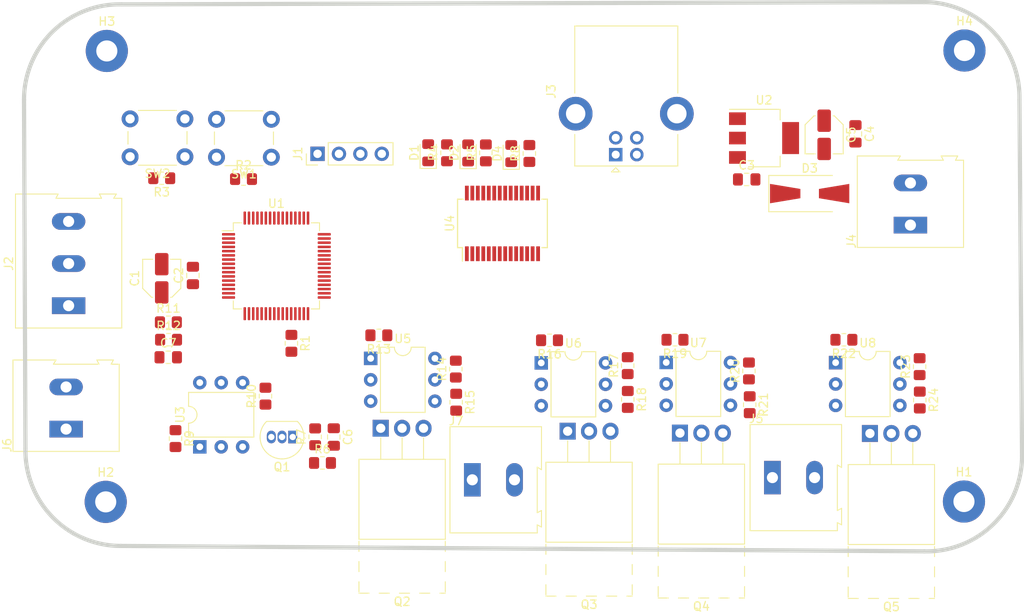
<source format=kicad_pcb>
(kicad_pcb (version 20211014) (generator pcbnew)
  (layers (0 "F.Cu" signal) (31 "B.Cu" signal) (34 "B.Paste" user) (35 "F.Paste" user) (36 "B.SilkS" user "B.Silkscreen") (37 "F.SilkS" user "F.Silkscreen") (38 "B.Mask" user) (39 "F.Mask" user) (44 "Edge.Cuts" user))
  (net 0 "")
  (net 1 "VDD")
  (net 2 "GND")
  (net 3 "+12V")
  (net 4 "GNDPWR")
  (net 5 "VCC")
  (net 6 "Net-(C6-Pad2)")
  (net 7 "IN_TPS")
  (net 8 "LED_NOPULSE")
  (net 9 "Net-(D1-Pad2)")
  (net 10 "Net-(D2-Pad2)")
  (net 11 "Net-(D4-Pad1)")
  (net 12 "Net-(D4-Pad2)")
  (net 13 "SWD_CLK")
  (net 14 "SWD_IO")
  (net 15 "Net-(J2-Pad2)")
  (net 17 "Net-(U4-Pad16)")
  (net 18 "Net-(U4-Pad15)")
  (net 19 "PORT_IGNA")
  (net 20 "PORT_IGNB")
  (net 21 "CRANK_PORT")
  (net 22 "PORT_INJA")
  (net 23 "PORT_INJB")
  (net 24 "Net-(Q2-Pad1)")
  (net 25 "Net-(Q3-Pad1)")
  (net 26 "Net-(Q4-Pad1)")
  (net 27 "Net-(Q5-Pad1)")
  (net 28 "Net-(R1-Pad1)")
  (net 29 "BOOT0")
  (net 30 "NRST")
  (net 31 "Net-(R9-Pad2)")
  (net 32 "IN_CRANK")
  (net 33 "Net-(R13-Pad2)")
  (net 34 "Net-(R16-Pad2)")
  (net 35 "Net-(R19-Pad2)")
  (net 36 "Net-(R22-Pad2)")
  (net 64 "OUT_INJA")
  (net 65 "OUT_INJB")
  (net 66 "OUT_IGNA")
  (net 67 "OUT_IGNB")
  (net 68 "TX")
  (net 69 "RX")
  (footprint "Package_DIP:DIP-6_W7.62mm" (layer "F.Cu") (at 217.62 113.185)
    (fp_text reference "U8" (at 3.81 -2.33) (layer "F.SilkS"))
    (fp_text value "4N35")
    (pad "1" thru_hole rect (at 0 0) (size 1.6 1.6) (drill 0.8) (layers *.Cu *.Mask) (net 36 "Net-(R22-Pad2)"))
    (pad "2" thru_hole oval (at 0 2.54) (size 1.6 1.6) (drill 0.8) (layers *.Cu *.Mask) (net 67 "OUT_IGNB"))
    (pad "3" thru_hole oval (at 0 5.08) (size 1.6 1.6) (drill 0.8) (layers *.Cu *.Mask))
    (pad "4" thru_hole oval (at 7.62 5.08) (size 1.6 1.6) (drill 0.8) (layers *.Cu *.Mask) (net 4 "GNDPWR"))
    (pad "5" thru_hole oval (at 7.62 2.54) (size 1.6 1.6) (drill 0.8) (layers *.Cu *.Mask) (net 27 "Net-(Q5-Pad1)"))
    (pad "6" thru_hole oval (at 7.62 0) (size 1.6 1.6) (drill 0.8) (layers *.Cu *.Mask))
  )
  (footprint "Package_TO_SOT_SMD:SOT-223-3_TabPin2" (layer "F.Cu") (at 209.13 86.53)
    (fp_text reference "U2" (at 0 -4.5) (layer "F.SilkS"))
    (fp_text value "AMS1117-5.0")
    (pad "1" smd rect (at -3.15 -2.3) (size 2 1.5) (layers "F.Cu" "F.Paste" "F.Mask") (net 2 "GND"))
    (pad "2" smd rect (at 3.15 0) (size 2 3.8) (layers "F.Cu" "F.Paste" "F.Mask") (net 5 "VCC"))
    (pad "2" smd rect (at -3.15 0) (size 2 1.5) (layers "F.Cu" "F.Paste" "F.Mask") (net 5 "VCC"))
    (pad "3" smd rect (at -3.15 2.3) (size 2 1.5) (layers "F.Cu" "F.Paste" "F.Mask") (net 3 "+12V"))
  )
  (footprint "MountingHole:MountingHole_2.5mm_Pad" (layer "F.Cu") (at 131.19 76.19)
    (fp_text reference "H3" (at 0 -3.5) (layer "F.SilkS"))
    (fp_text value "MountingHole")
    (pad "1" thru_hole circle (at 0 0) (size 5 5) (drill 2.5) (layers *.Cu *.Mask))
  )
  (footprint "TerminalBlock:TerminalBlock_Altech_AK300-3_P5.00mm" (layer "F.Cu") (at 126.66 106.425 90)
    (fp_text reference "J2" (at 5 -7.1 90) (layer "F.SilkS"))
    (fp_text value "Conn_01x03_Male")
    (pad "1" thru_hole rect (at 0 0 90) (size 1.98 3.96) (drill 1.32) (layers *.Cu *.Mask) (net 5 "VCC"))
    (pad "2" thru_hole oval (at 5 0 90) (size 1.98 3.96) (drill 1.32) (layers *.Cu *.Mask) (net 15 "Net-(J2-Pad2)"))
    (pad "3" thru_hole oval (at 10 0 90) (size 1.98 3.96) (drill 1.32) (layers *.Cu *.Mask) (net 2 "GND"))
  )
  (footprint "Package_DIP:DIP-6_W7.62mm" (layer "F.Cu") (at 142.215 123.18 90)
    (fp_text reference "U3" (at 3.81 -2.33 90) (layer "F.SilkS"))
    (fp_text value "H11L1")
    (pad "1" thru_hole rect (at 0 0 90) (size 1.6 1.6) (drill 0.8) (layers *.Cu *.Mask) (net 31 "Net-(R9-Pad2)"))
    (pad "2" thru_hole oval (at 0 2.54 90) (size 1.6 1.6) (drill 0.8) (layers *.Cu *.Mask) (net 11 "Net-(D4-Pad1)"))
    (pad "3" thru_hole oval (at 0 5.08 90) (size 1.6 1.6) (drill 0.8) (layers *.Cu *.Mask))
    (pad "4" thru_hole oval (at 7.62 5.08 90) (size 1.6 1.6) (drill 0.8) (layers *.Cu *.Mask) (net 32 "IN_CRANK"))
    (pad "5" thru_hole oval (at 7.62 2.54 90) (size 1.6 1.6) (drill 0.8) (layers *.Cu *.Mask) (net 2 "GND"))
    (pad "6" thru_hole oval (at 7.62 0 90) (size 1.6 1.6) (drill 0.8) (layers *.Cu *.Mask) (net 1 "VDD"))
  )
  (footprint "Capacitor_SMD:C_Elec_4x5.4" (layer "F.Cu") (at 216.26 86.145 -90)
    (fp_text reference "C5" (at 0 -3.2 90) (layer "F.SilkS"))
    (fp_text value "100uF")
    (pad "1" smd roundrect (at -1.675 0 270) (size 2.65 1.6) (layers "F.Cu" "F.Paste" "F.Mask") (roundrect_rratio 0.15625) (net 2 "GND"))
    (pad "2" smd roundrect (at 1.675 0 270) (size 2.65 1.6) (layers "F.Cu" "F.Paste" "F.Mask") (roundrect_rratio 0.15625) (net 5 "VCC"))
  )
  (footprint "Resistor_SMD:R_0805_2012Metric_Pad1.20x1.40mm_HandSolder" (layer "F.Cu") (at 147.4 91.4)
    (fp_text reference "R2" (at 0 -1.65) (layer "F.SilkS"))
    (fp_text value "10k")
    (pad "1" smd roundrect (at -1 0) (size 1.2 1.4) (layers "F.Cu" "F.Paste" "F.Mask") (roundrect_rratio 0.208333) (net 29 "BOOT0"))
    (pad "2" smd roundrect (at 1 0) (size 1.2 1.4) (layers "F.Cu" "F.Paste" "F.Mask") (roundrect_rratio 0.208333) (net 2 "GND"))
  )
  (footprint "Resistor_SMD:R_0805_2012Metric_Pad1.20x1.40mm_HandSolder" (layer "F.Cu") (at 176.14 88.29 90)
    (fp_text reference "R5" (at 0 -1.65 90) (layer "F.SilkS"))
    (fp_text value "220")
    (pad "1" smd roundrect (at -1 0 90) (size 1.2 1.4) (layers "F.Cu" "F.Paste" "F.Mask") (roundrect_rratio 0.208333) (net 1 "VDD"))
    (pad "2" smd roundrect (at 1 0 90) (size 1.2 1.4) (layers "F.Cu" "F.Paste" "F.Mask") (roundrect_rratio 0.208333) (net 10 "Net-(D2-Pad2)"))
  )
  (footprint "Resistor_SMD:R_0805_2012Metric_Pad1.20x1.40mm_HandSolder" (layer "F.Cu") (at 172.58 113.95 90)
    (fp_text reference "R14" (at 0 -1.65 90) (layer "F.SilkS"))
    (fp_text value "10k")
    (pad "1" smd roundrect (at -1 0 90) (size 1.2 1.4) (layers "F.Cu" "F.Paste" "F.Mask") (roundrect_rratio 0.208333) (net 3 "+12V"))
    (pad "2" smd roundrect (at 1 0 90) (size 1.2 1.4) (layers "F.Cu" "F.Paste" "F.Mask") (roundrect_rratio 0.208333) (net 24 "Net-(Q2-Pad1)"))
  )
  (footprint "Capacitor_SMD:C_0805_2012Metric_Pad1.18x1.45mm_HandSolder" (layer "F.Cu") (at 138.4725 112.55)
    (fp_text reference "C7" (at 0 -1.68) (layer "F.SilkS"))
    (fp_text value "100nF")
    (pad "1" smd roundrect (at -1.0375 0) (size 1.175 1.45) (layers "F.Cu" "F.Paste" "F.Mask") (roundrect_rratio 0.212766) (net 2 "GND"))
    (pad "2" smd roundrect (at 1.0375 0) (size 1.175 1.45) (layers "F.Cu" "F.Paste" "F.Mask") (roundrect_rratio 0.212766) (net 7 "IN_TPS"))
  )
  (footprint "Connector_PinHeader_2.54mm:PinHeader_1x04_P2.54mm_Vertical" (layer "F.Cu") (at 156.18 88.4 90)
    (fp_text reference "J1" (at 0 -2.33 90) (layer "F.SilkS"))
    (fp_text value "Conn_01x04_Male")
    (pad "1" thru_hole rect (at 0 0 90) (size 1.7 1.7) (drill 1) (layers *.Cu *.Mask) (net 1 "VDD"))
    (pad "2" thru_hole oval (at 0 2.54 90) (size 1.7 1.7) (drill 1) (layers *.Cu *.Mask) (net 13 "SWD_CLK"))
    (pad "3" thru_hole oval (at 0 5.08 90) (size 1.7 1.7) (drill 1) (layers *.Cu *.Mask) (net 2 "GND"))
    (pad "4" thru_hole oval (at 0 7.62 90) (size 1.7 1.7) (drill 1) (layers *.Cu *.Mask) (net 14 "SWD_IO"))
  )
  (footprint "Resistor_SMD:R_0805_2012Metric_Pad1.20x1.40mm_HandSolder" (layer "F.Cu") (at 207.34 114.17 90)
    (fp_text reference "R20" (at 0 -1.65 90) (layer "F.SilkS"))
    (fp_text value "10k")
    (pad "1" smd roundrect (at -1 0 90) (size 1.2 1.4) (layers "F.Cu" "F.Paste" "F.Mask") (roundrect_rratio 0.208333) (net 3 "+12V"))
    (pad "2" smd roundrect (at 1 0 90) (size 1.2 1.4) (layers "F.Cu" "F.Paste" "F.Mask") (roundrect_rratio 0.208333) (net 26 "Net-(Q4-Pad1)"))
  )
  (footprint "Capacitor_SMD:C_0805_2012Metric_Pad1.18x1.45mm_HandSolder" (layer "F.Cu") (at 158.105 122.0125 -90)
    (fp_text reference "C6" (at 0 -1.68 90) (layer "F.SilkS"))
    (fp_text value "100nF")
    (pad "1" smd roundrect (at -1.0375 0 270) (size 1.175 1.45) (layers "F.Cu" "F.Paste" "F.Mask") (roundrect_rratio 0.212766) (net 2 "GND"))
    (pad "2" smd roundrect (at 1.0375 0 270) (size 1.175 1.45) (layers "F.Cu" "F.Paste" "F.Mask") (roundrect_rratio 0.212766) (net 6 "Net-(C6-Pad2)"))
  )
  (footprint "Resistor_SMD:R_0805_2012Metric_Pad1.20x1.40mm_HandSolder" (layer "F.Cu") (at 137.7 91.3 180)
    (fp_text reference "R3" (at 0 -1.65) (layer "F.SilkS"))
    (fp_text value "10k")
    (pad "1" smd roundrect (at -1 0 180) (size 1.2 1.4) (layers "F.Cu" "F.Paste" "F.Mask") (roundrect_rratio 0.208333) (net 1 "VDD"))
    (pad "2" smd roundrect (at 1 0 180) (size 1.2 1.4) (layers "F.Cu" "F.Paste" "F.Mask") (roundrect_rratio 0.208333) (net 30 "NRST"))
  )
  (footprint "Resistor_SMD:R_0805_2012Metric_Pad1.20x1.40mm_HandSolder" (layer "F.Cu") (at 153.08 110.89 -90)
    (fp_text reference "R1" (at 0 -1.65 90) (layer "F.SilkS"))
    (fp_text value "0")
    (pad "1" smd roundrect (at -1 0 270) (size 1.2 1.4) (layers "F.Cu" "F.Paste" "F.Mask") (roundrect_rratio 0.208333) (net 28 "Net-(R1-Pad1)"))
    (pad "2" smd roundrect (at 1 0 270) (size 1.2 1.4) (layers "F.Cu" "F.Paste" "F.Mask") (roundrect_rratio 0.208333) (net 2 "GND"))
  )
  (footprint "Button_Switch_THT:SW_PUSH_6mm" (layer "F.Cu") (at 150.7 88.8 180)
    (fp_text reference "SW1" (at 3.25 -2) (layer "F.SilkS"))
    (fp_text value "SW_Push")
    (pad "1" thru_hole circle (at 6.5 0 270) (size 2 2) (drill 1.1) (layers *.Cu *.Mask) (net 29 "BOOT0"))
    (pad "1" thru_hole circle (at 0 0 270) (size 2 2) (drill 1.1) (layers *.Cu *.Mask) (net 29 "BOOT0"))
    (pad "2" thru_hole circle (at 6.5 4.5 270) (size 2 2) (drill 1.1) (layers *.Cu *.Mask) (net 1 "VDD"))
    (pad "2" thru_hole circle (at 0 4.5 270) (size 2 2) (drill 1.1) (layers *.Cu *.Mask) (net 1 "VDD"))
  )
  (footprint "Resistor_SMD:R_0805_2012Metric_Pad1.20x1.40mm_HandSolder" (layer "F.Cu") (at 183.69 110.53 180)
    (fp_text reference "R16" (at 0 -1.65) (layer "F.SilkS"))
    (fp_text value "220")
    (pad "1" smd roundrect (at -1 0 180) (size 1.2 1.4) (layers "F.Cu" "F.Paste" "F.Mask") (roundrect_rratio 0.208333) (net 1 "VDD"))
    (pad "2" smd roundrect (at 1 0 180) (size 1.2 1.4) (layers "F.Cu" "F.Paste" "F.Mask") (roundrect_rratio 0.208333) (net 34 "Net-(R16-Pad2)"))
  )
  (footprint "TerminalBlock:TerminalBlock_Altech_AK300-2_P5.00mm" (layer "F.Cu") (at 174.535 127.09)
    (fp_text reference "J7" (at -1.92 -6.99) (layer "F.SilkS"))
    (fp_text value "Conn_01x02_Male")
    (pad "1" thru_hole rect (at 0 0) (size 1.98 3.96) (drill 1.32) (layers *.Cu *.Mask) (net 22 "PORT_INJA"))
    (pad "2" thru_hole oval (at 5 0) (size 1.98 3.96) (drill 1.32) (layers *.Cu *.Mask) (net 23 "PORT_INJB"))
  )
  (footprint "Resistor_SMD:R_0805_2012Metric_Pad1.20x1.40mm_HandSolder" (layer "F.Cu") (at 207.43 118.18 -90)
    (fp_text reference "R21" (at 0 -1.65 90) (layer "F.SilkS"))
    (fp_text value "10k")
    (pad "1" smd roundrect (at -1 0 270) (size 1.2 1.4) (layers "F.Cu" "F.Paste" "F.Mask") (roundrect_rratio 0.208333) (net 3 "+12V"))
    (pad "2" smd roundrect (at 1 0 270) (size 1.2 1.4) (layers "F.Cu" "F.Paste" "F.Mask") (roundrect_rratio 0.208333) (net 19 "PORT_IGNA"))
  )
  (footprint "Capacitor_SMD:C_0805_2012Metric_Pad1.18x1.45mm_HandSolder" (layer "F.Cu") (at 207.0725 91.44)
    (fp_text reference "C3" (at 0 -1.68) (layer "F.SilkS"))
    (fp_text value "100uF")
    (pad "1" smd roundrect (at -1.0375 0) (size 1.175 1.45) (layers "F.Cu" "F.Paste" "F.Mask") (roundrect_rratio 0.212766) (net 3 "+12V"))
    (pad "2" smd roundrect (at 1.0375 0) (size 1.175 1.45) (layers "F.Cu" "F.Paste" "F.Mask") (roundrect_rratio 0.212766) (net 4 "GNDPWR"))
  )
  (footprint "Diode_SMD:D_SMA-SMB_Universal_Handsoldering" (layer "F.Cu") (at 214.54 93.12)
    (fp_text reference "D3" (at 0 -3) (layer "F.SilkS"))
    (fp_text value "D")
    (pad "1" smd trapezoid (at -2.9 0) (size 3.6 1.7) (rect_delta 0.6 0) (layers "F.Cu" "F.Paste" "F.Mask") (net 4 "GNDPWR"))
    (pad "2" smd trapezoid (at 2.9 0 180) (size 3.6 1.7) (rect_delta 0.6 0) (layers "F.Cu" "F.Paste" "F.Mask") (net 2 "GND"))
  )
  (footprint "LED_SMD:LED_0805_2012Metric_Pad1.15x1.40mm_HandSolder" (layer "F.Cu") (at 179.15 88.375 90)
    (fp_text reference "D4" (at 0 -1.65 90) (layer "F.SilkS"))
    (fp_text value "LED")
    (pad "1" smd roundrect (at -1.025 0 90) (size 1.15 1.4) (layers "F.Cu" "F.Paste" "F.Mask") (roundrect_rratio 0.217391) (net 11 "Net-(D4-Pad1)"))
    (pad "2" smd roundrect (at 1.025 0 90) (size 1.15 1.4) (layers "F.Cu" "F.Paste" "F.Mask") (roundrect_rratio 0.217391) (net 12 "Net-(D4-Pad2)"))
  )
  (footprint "Resistor_SMD:R_0805_2012Metric_Pad1.20x1.40mm_HandSolder" (layer "F.Cu") (at 172.62 117.88 -90)
    (fp_text reference "R15" (at 0 -1.65 90) (layer "F.SilkS"))
    (fp_text value "10k")
    (pad "1" smd roundrect (at -1 0 270) (size 1.2 1.4) (layers "F.Cu" "F.Paste" "F.Mask") (roundrect_rratio 0.208333) (net 3 "+12V"))
    (pad "2" smd roundrect (at 1 0 270) (size 1.2 1.4) (layers "F.Cu" "F.Paste" "F.Mask") (roundrect_rratio 0.208333) (net 22 "PORT_INJA"))
  )
  (footprint "Connector_USB:USB_B_Lumberg_2411_02_Horizontal" (layer "F.Cu") (at 191.54 88.4975 90)
    (fp_text reference "J3" (at 7.5 -7.65 90) (layer "F.SilkS"))
    (fp_text value "USB_B")
    (pad "1" thru_hole rect (at 0 0 180) (size 1.6 1.6) (drill 0.95) (layers *.Cu *.Mask))
    (pad "2" thru_hole circle (at 0 2.5 180) (size 1.6 1.6) (drill 0.95) (layers *.Cu *.Mask) (net 17 "Net-(U4-Pad16)"))
    (pad "3" thru_hole circle (at 2 2.5 180) (size 1.6 1.6) (drill 0.95) (layers *.Cu *.Mask) (net 18 "Net-(U4-Pad15)"))
    (pad "4" thru_hole circle (at 2 0 180) (size 1.6 1.6) (drill 0.95) (layers *.Cu *.Mask) (net 2 "GND"))
    (pad "5" thru_hole circle (at 4.86 7.25 180) (size 4 4) (drill 2.3) (layers *.Cu *.Mask) (net 2 "GND"))
    (pad "5" thru_hole circle (at 4.86 -4.75 180) (size 4 4) (drill 2.3) (layers *.Cu *.Mask) (net 2 "GND"))
  )
  (footprint "Resistor_SMD:R_0805_2012Metric_Pad1.20x1.40mm_HandSolder" (layer "F.Cu") (at 218.6 110.47 180)
    (fp_text reference "R22" (at 0 -1.65) (layer "F.SilkS"))
    (fp_text value "220")
    (pad "1" smd roundrect (at -1 0 180) (size 1.2 1.4) (layers "F.Cu" "F.Paste" "F.Mask") (roundrect_rratio 0.208333) (net 1 "VDD"))
    (pad "2" smd roundrect (at 1 0 180) (size 1.2 1.4) (layers "F.Cu" "F.Paste" "F.Mask") (roundrect_rratio 0.208333) (net 36 "Net-(R22-Pad2)"))
  )
  (footprint "Resistor_SMD:R_0805_2012Metric_Pad1.20x1.40mm_HandSolder" (layer "F.Cu") (at 163.45 109.94 180)
    (fp_text reference "R13" (at 0 -1.65) (layer "F.SilkS"))
    (fp_text value "220")
    (pad "1" smd roundrect (at -1 0 180) (size 1.2 1.4) (layers "F.Cu" "F.Paste" "F.Mask") (roundrect_rratio 0.208333) (net 1 "VDD"))
    (pad "2" smd roundrect (at 1 0 180) (size 1.2 1.4) (layers "F.Cu" "F.Paste" "F.Mask") (roundrect_rratio 0.208333) (net 33 "Net-(R13-Pad2)"))
  )
  (footprint "Package_QFP:LQFP-64_10x10mm_P0.5mm" (layer "F.Cu") (at 151.3 101.7)
    (fp_text reference "U1" (at 0 -7.4) (layer "F.SilkS"))
    (fp_text value "STM32F051R8Tx")
    (pad "1" smd roundrect (at -5.675 -3.75) (size 1.55 0.3) (layers "F.Cu" "F.Paste" "F.Mask") (net 1 "VDD"))
    (pad "2" smd roundrect (at -5.675 -3.25) (size 1.55 0.3) (layers "F.Cu" "F.Paste" "F.Mask"))
    (pad "3" smd roundrect (at -5.675 -2.75) (size 1.55 0.3) (layers "F.Cu" "F.Paste" "F.Mask"))
    (pad "4" smd roundrect (at -5.675 -2.25) (size 1.55 0.3) (layers "F.Cu" "F.Paste" "F.Mask"))
    (pad "5" smd roundrect (at -5.675 -1.75) (size 1.55 0.3) (layers "F.Cu" "F.Paste" "F.Mask"))
    (pad "6" smd roundrect (at -5.675 -1.25) (size 1.55 0.3) (layers "F.Cu" "F.Paste" "F.Mask"))
    (pad "7" smd roundrect (at -5.675 -0.75) (size 1.55 0.3) (layers "F.Cu" "F.Paste" "F.Mask") (net 30 "NRST"))
    (pad "8" smd roundrect (at -5.675 -0.25) (size 1.55 0.3) (layers "F.Cu" "F.Paste" "F.Mask"))
    (pad "9" smd roundrect (at -5.675 0.25) (size 1.55 0.3) (layers "F.Cu" "F.Paste" "F.Mask"))
    (pad "10" smd roundrect (at -5.675 0.75) (size 1.55 0.3) (layers "F.Cu" "F.Paste" "F.Mask"))
    (pad "11" smd roundrect (at -5.675 1.25) (size 1.55 0.3) (layers "F.Cu" "F.Paste" "F.Mask"))
    (pad "12" smd roundrect (at -5.675 1.75) (size 1.55 0.3) (layers "F.Cu" "F.Paste" "F.Mask") (net 2 "GND"))
    (pad "13" smd roundrect (at -5.675 2.25) (size 1.55 0.3) (layers "F.Cu" "F.Paste" "F.Mask") (net 1 "VDD"))
    (pad "14" smd roundrect (at -5.675 2.75) (size 1.55 0.3) (layers "F.Cu" "F.Paste" "F.Mask") (net 7 "IN_TPS"))
    (pad "15" smd roundrect (at -5.675 3.25) (size 1.55 0.3) (layers "F.Cu" "F.Paste" "F.Mask"))
    (pad "16" smd roundrect (at -5.675 3.75) (size 1.55 0.3) (layers "F.Cu" "F.Paste" "F.Mask"))
    (pad "17" smd roundrect (at -3.75 5.675) (size 0.3 1.55) (layers "F.Cu" "F.Paste" "F.Mask"))
    (pad "18" smd roundrect (at -3.25 5.675) (size 0.3 1.55) (layers "F.Cu" "F.Paste" "F.Mask"))
    (pad "19" smd roundrect (at -2.75 5.675) (size 0.3 1.55) (layers "F.Cu" "F.Paste" "F.Mask"))
    (pad "20" smd roundrect (at -2.25 5.675) (size 0.3 1.55) (layers "F.Cu" "F.Paste" "F.Mask"))
    (pad "21" smd roundrect (at -1.75 5.675) (size 0.3 1.55) (layers "F.Cu" "F.Paste" "F.Mask"))
    (pad "22" smd roundrect (at -1.25 5.675) (size 0.3 1.55) (layers "F.Cu" "F.Paste" "F.Mask"))
    (pad "23" smd roundrect (at -0.75 5.675) (size 0.3 1.55) (layers "F.Cu" "F.Paste" "F.Mask") (net 32 "IN_CRANK"))
    (pad "24" smd roundrect (at -0.25 5.675) (size 0.3 1.55) (layers "F.Cu" "F.Paste" "F.Mask"))
    (pad "25" smd roundrect (at 0.25 5.675) (size 0.3 1.55) (layers "F.Cu" "F.Paste" "F.Mask"))
    (pad "26" smd roundrect (at 0.75 5.675) (size 0.3 1.55) (layers "F.Cu" "F.Paste" "F.Mask"))
    (pad "27" smd roundrect (at 1.25 5.675) (size 0.3 1.55) (layers "F.Cu" "F.Paste" "F.Mask"))
    (pad "28" smd roundrect (at 1.75 5.675) (size 0.3 1.55) (layers "F.Cu" "F.Paste" "F.Mask") (net 28 "Net-(R1-Pad1)"))
    (pad "29" smd roundrect (at 2.25 5.675) (size 0.3 1.55) (layers "F.Cu" "F.Paste" "F.Mask"))
    (pad "30" smd roundrect (at 2.75 5.675) (size 0.3 1.55) (layers "F.Cu" "F.Paste" "F.Mask"))
    (pad "31" smd roundrect (at 3.25 5.675) (size 0.3 1.55) (layers "F.Cu" "F.Paste" "F.Mask") (net 2 "GND"))
    (pad "32" smd roundrect (at 3.75 5.675) (size 0.3 1.55) (layers "F.Cu" "F.Paste" "F.Mask") (net 1 "VDD"))
    (pad "33" smd roundrect (at 5.675 3.75) (size 1.55 0.3) (layers "F.Cu" "F.Paste" "F.Mask"))
    (pad "34" smd roundrect (at 5.675 3.25) (size 1.55 0.3) (layers "F.Cu" "F.Paste" "F.Mask"))
    (pad "35" smd roundrect (at 5.675 2.75) (size 1.55 0.3) (layers "F.Cu" "F.Paste" "F.Mask"))
    (pad "36" smd roundrect (at 5.675 2.25) (size 1.55 0.3) (layers "F.Cu" "F.Paste" "F.Mask"))
    (pad "37" smd roundrect (at 5.675 1.75) (size 1.55 0.3) (layers "F.Cu" "F.Paste" "F.Mask") (net 64 "OUT_INJA"))
    (pad "38" smd roundrect (at 5.675 1.25) (size 1.55 0.3) (layers "F.Cu" "F.Paste" "F.Mask") (net 65 "OUT_INJB"))
    (pad "39" smd roundrect (at 5.675 0.75) (size 1.55 0.3) (layers "F.Cu" "F.Paste" "F.Mask") (net 66 "OUT_IGNA"))
    (pad "40" smd roundrect (at 5.675 0.25) (size 1.55 0.3) (layers "F.Cu" "F.Paste" "F.Mask") (net 67 "OUT_IGNB"))
    (pad "41" smd roundrect (at 5.675 -0.25) (size 1.55 0.3) (layers "F.Cu" "F.Paste" "F.Mask") (net 8 "LED_NOPULSE"))
    (pad "42" smd roundrect (at 5.675 -0.75) (size 1.55 0.3) (layers "F.Cu" "F.Paste" "F.Mask") (net 68 "TX"))
    (pad "43" smd roundrect (at 5.675 -1.25) (size 1.55 0.3) (layers "F.Cu" "F.Paste" "F.Mask") (net 69 "RX"))
    (pad "44" smd roundrect (at 5.675 -1.75) (size 1.55 0.3) (layers "F.Cu" "F.Paste" "F.Mask"))
    (pad "45" smd roundrect (at 5.675 -2.25) (size 1.55 0.3) (layers "F.Cu" "F.Paste" "F.Mask"))
    (pad "46" smd roundrect (at 5.675 -2.75) (size 1.55 0.3) (layers "F.Cu" "F.Paste" "F.Mask") (net 14 "SWD_IO"))
    (pad "47" smd roundrect (at 5.675 -3.25) (size 1.55 0.3) (layers "F.Cu" "F.Paste" "F.Mask"))
    (pad "48" smd roundrect (at 5.675 -3.75) (size 1.55 0.3) (layers "F.Cu" "F.Paste" "F.Mask"))
    (pad "49" smd roundrect (at 3.75 -5.675) (size 0.3 1.55) (layers "F.Cu" "F.Paste" "F.Mask") (net 13 "SWD_CLK"))
    (pad "50" smd roundrect (at 3.25 -5.675) (size 0.3 1.55) (layers "F.Cu" "F.Paste" "F.Mask"))
    (pad "51" smd roundrect (at 2.75 -5.675) (size 0.3 1.55) (layers "F.Cu" "F.Paste" "F.Mask"))
    (pad "52" smd roundrect (at 2.25 -5.675) (size 0.3 1.55) (layers "F.Cu" "F.Paste" "F.Mask"))
    (pad "53" smd roundrect (at 1.75 -5.675) (size 0.3 1.55) (layers "F.Cu" "F.Paste" "F.Mask"))
    (pad "54" smd roundrect (at 1.25 -5.675) (size 0.3 1.55) (layers "F.Cu" "F.Paste" "F.Mask"))
    (pad "55" smd roundrect (at 0.75 -5.675) (size 0.3 1.55) (layers "F.Cu" "F.Paste" "F.Mask"))
    (pad "56" smd roundrect (at 0.25 -5.675) (size 0.3 1.55) (layers "F.Cu" "F.Paste" "F.Mask"))
    (pad "57" smd roundrect (at -0.25 -5.675) (size 0.3 1.55) (layers "F.Cu" "F.Paste" "F.Mask"))
    (pad "58" smd roundrect (at -0.75 -5.675) (size 0.3 1.55) (layers "F.Cu" "F.Paste" "F.Mask"))
    (pad "59" smd roundrect (at -1.25 -5.675) (size 0.3 1.55) (layers "F.Cu" "F.Paste" "F.Mask"))
    (pad "60" smd roundrect (at -1.75 -5.675) (size 0.3 1.55) (layers "F.Cu" "F.Paste" "F.Mask") (net 29 "BOOT0"))
    (pad "61" smd roundrect (at -2.25 -5.675) (size 0.3 1.55) (layers "F.Cu" "F.Paste" "F.Mask"))
    (pad "62" smd roundrect (at -2.75 -5.675) (size 0.3 1.55) (layers "F.Cu" "F.Paste" "F.Mask"))
    (pad "63" smd roundrect (at -3.25 -5.675) (size 0.3 1.55) (layers "F.Cu" "F.Paste" "F.Mask") (net 2 "GND"))
    (pad "64" smd roundrect (at -3.75 -5.675) (size 0.3 1.55) (layers "F.Cu" "F.Paste" "F.Mask") (net 1 "VDD"))
  )
  (footprint "TerminalBlock:TerminalBlock_Altech_AK300-2_P5.00mm" (layer "F.Cu") (at 226.49 96.86 90)
    (fp_text reference "J4" (at -1.92 -6.99 90) (layer "F.SilkS"))
    (fp_text value "Conn_01x02_Male")
    (pad "1" thru_hole rect (at 0 0 90) (size 1.98 3.96) (drill 1.32) (layers *.Cu *.Mask) (net 3 "+12V"))
    (pad "2" thru_hole oval (at 5 0 90) (size 1.98 3.96) (drill 1.32) (layers *.Cu *.Mask) (net 4 "GNDPWR"))
  )
  (footprint "Resistor_SMD:R_0805_2012Metric_Pad1.20x1.40mm_HandSolder" (layer "F.Cu") (at 138.51 110.46)
    (fp_text reference "R12" (at 0 -1.65) (layer "F.SilkS"))
    (fp_text value "1k")
    (pad "1" smd roundrect (at -1 0) (size 1.2 1.4) (layers "F.Cu" "F.Paste" "F.Mask") (roundrect_rratio 0.208333) (net 2 "GND"))
    (pad "2" smd roundrect (at 1 0) (size 1.2 1.4) (layers "F.Cu" "F.Paste" "F.Mask") (roundrect_rratio 0.208333) (net 7 "IN_TPS"))
  )
  (footprint "Resistor_SMD:R_0805_2012Metric_Pad1.20x1.40mm_HandSolder" (layer "F.Cu") (at 171.53 88.28 90)
    (fp_text reference "R4" (at 0 -1.65 90) (layer "F.SilkS"))
    (fp_text value "220")
    (pad "1" smd roundrect (at -1 0 90) (size 1.2 1.4) (layers "F.Cu" "F.Paste" "F.Mask") (roundrect_rratio 0.208333) (net 1 "VDD"))
    (pad "2" smd roundrect (at 1 0 90) (size 1.2 1.4) (layers "F.Cu" "F.Paste" "F.Mask") (roundrect_rratio 0.208333) (net 9 "Net-(D1-Pad2)"))
  )
  (footprint "MountingHole:MountingHole_2.5mm_Pad" (layer "F.Cu") (at 232.84 129.67)
    (fp_text reference "H1" (at 0 -3.5) (layer "F.SilkS"))
    (fp_text value "MountingHole")
    (pad "1" thru_hole circle (at 0 0) (size 5 5) (drill 2.5) (layers *.Cu *.Mask))
  )
  (footprint "Resistor_SMD:R_0805_2012Metric_Pad1.20x1.40mm_HandSolder" (layer "F.Cu") (at 227.6 117.62 -90)
    (fp_text reference "R24" (at 0 -1.65 90) (layer "F.SilkS"))
    (fp_text value "10k")
    (pad "1" smd roundrect (at -1 0 270) (size 1.2 1.4) (layers "F.Cu" "F.Paste" "F.Mask") (roundrect_rratio 0.208333) (net 3 "+12V"))
    (pad "2" smd roundrect (at 1 0 270) (size 1.2 1.4) (layers "F.Cu" "F.Paste" "F.Mask") (roundrect_rratio 0.208333) (net 20 "PORT_IGNB"))
  )
  (footprint "Capacitor_SMD:C_0805_2012Metric_Pad1.18x1.45mm_HandSolder" (layer "F.Cu") (at 219.97 86.0275 -90)
    (fp_text reference "C4" (at 0 -1.68 90) (layer "F.SilkS"))
    (fp_text value "100nF")
    (pad "1" smd roundrect (at -1.0375 0 270) (size 1.175 1.45) (layers "F.Cu" "F.Paste" "F.Mask") (roundrect_rratio 0.212766) (net 2 "GND"))
    (pad "2" smd roundrect (at 1.0375 0 270) (size 1.175 1.45) (layers "F.Cu" "F.Paste" "F.Mask") (roundrect_rratio 0.212766) (net 5 "VCC"))
  )
  (footprint "LED_SMD:LED_0805_2012Metric_Pad1.15x1.40mm_HandSolder" (layer "F.Cu") (at 169.3 88.275 90)
    (fp_text reference "D1" (at 0 -1.65 90) (layer "F.SilkS"))
    (fp_text value "LED")
    (pad "1" smd roundrect (at -1.025 0 90) (size 1.15 1.4) (layers "F.Cu" "F.Paste" "F.Mask") (roundrect_rratio 0.217391) (net 8 "LED_NOPULSE"))
    (pad "2" smd roundrect (at 1.025 0 90) (size 1.15 1.4) (layers "F.Cu" "F.Paste" "F.Mask") (roundrect_rratio 0.217391) (net 9 "Net-(D1-Pad2)"))
  )
  (footprint "MountingHole:MountingHole_2.5mm_Pad" (layer "F.Cu") (at 131.06 129.71)
    (fp_text reference "H2" (at 0 -3.5) (layer "F.SilkS"))
    (fp_text value "MountingHole")
    (pad "1" thru_hole circle (at 0 0) (size 5 5) (drill 2.5) (layers *.Cu *.Mask))
  )
  (footprint "Package_TO_SOT_THT:TO-220-3_Horizontal_TabUp" (layer "F.Cu") (at 185.84 121.32)
    (fp_text reference "Q3" (at 2.54 20.58) (layer "F.SilkS"))
    (fp_text value "IRF540N")
    (pad "" np_thru_hole oval (at 2.54 16.66) (size 3.5 3.5) (drill 3.5) (layers *.Cu *.Mask))
    (pad "1" thru_hole rect (at 0 0) (size 1.905 2) (drill 1.1) (layers *.Cu *.Mask) (net 25 "Net-(Q3-Pad1)"))
    (pad "2" thru_hole oval (at 2.54 0) (size 1.905 2) (drill 1.1) (layers *.Cu *.Mask) (net 23 "PORT_INJB"))
    (pad "3" thru_hole oval (at 5.08 0) (size 1.905 2) (drill 1.1) (layers *.Cu *.Mask) (net 4 "GNDPWR"))
  )
  (footprint "Capacitor_SMD:C_Elec_4x5.4" (layer "F.Cu") (at 137.7 103.175 90)
    (fp_text reference "C1" (at 0 -3.2 90) (layer "F.SilkS"))
    (fp_text value "100uF")
    (pad "1" smd roundrect (at -1.675 0 90) (size 2.65 1.6) (layers "F.Cu" "F.Paste" "F.Mask") (roundrect_rratio 0.15625) (net 1 "VDD"))
    (pad "2" smd roundrect (at 1.675 0 90) (size 2.65 1.6) (layers "F.Cu" "F.Paste" "F.Mask") (roundrect_rratio 0.15625) (net 2 "GND"))
  )
  (footprint "Package_SO:SSOP-28_5.3x10.2mm_P0.65mm" (layer "F.Cu") (at 178.11 96.66 90)
    (fp_text reference "U4" (at 0 -6.25 90) (layer "F.SilkS"))
    (fp_text value "FT232RL")
    (pad "1" smd rect (at -3.6 -4.225 90) (size 1.75 0.45) (layers "F.Cu" "F.Paste" "F.Mask") (net 69 "RX"))
    (pad "2" smd rect (at -3.6 -3.575 90) (size 1.75 0.45) (layers "F.Cu" "F.Paste" "F.Mask"))
    (pad "3" smd rect (at -3.6 -2.925 90) (size 1.75 0.45) (layers "F.Cu" "F.Paste" "F.Mask"))
    (pad "4" smd rect (at -3.6 -2.275 90) (size 1.75 0.45) (layers "F.Cu" "F.Paste" "F.Mask") (net 1 "VDD"))
    (pad "5" smd rect (at -3.6 -1.625 90) (size 1.75 0.45) (layers "F.Cu" "F.Paste" "F.Mask") (net 68 "TX"))
    (pad "6" smd rect (at -3.6 -0.975 90) (size 1.75 0.45) (layers "F.Cu" "F.Paste" "F.Mask"))
    (pad "7" smd rect (at -3.6 -0.325 90) (size 1.75 0.45) (layers "F.Cu" "F.Paste" "F.Mask") (net 2 "GND"))
    (pad "8" smd rect (at -3.6 0.325 90) (size 1.75 0.45) (layers "F.Cu" "F.Paste" "F.Mask"))
    (pad "9" smd rect (at -3.6 0.975 90) (size 1.75 0.45) (layers "F.Cu" "F.Paste" "F.Mask"))
    (pad "10" smd rect (at -3.6 1.625 90) (size 1.75 0.45) (layers "F.Cu" "F.Paste" "F.Mask"))
    (pad "11" smd rect (at -3.6 2.275 90) (size 1.75 0.45) (layers "F.Cu" "F.Paste" "F.Mask"))
    (pad "12" smd rect (at -3.6 2.925 90) (size 1.75 0.45) (layers "F.Cu" "F.Paste" "F.Mask"))
    (pad "13" smd rect (at -3.6 3.575 90) (size 1.75 0.45) (layers "F.Cu" "F.Paste" "F.Mask"))
    (pad "14" smd rect (at -3.6 4.225 90) (size 1.75 0.45) (layers "F.Cu" "F.Paste" "F.Mask"))
    (pad "15" smd rect (at 3.6 4.225 90) (size 1.75 0.45) (layers "F.Cu" "F.Paste" "F.Mask") (net 18 "Net-(U4-Pad15)"))
    (pad "16" smd rect (at 3.6 3.575 90) (size 1.75 0.45) (layers "F.Cu" "F.Paste" "F.Mask") (net 17 "Net-(U4-Pad16)"))
    (pad "17" smd rect (at 3.6 2.925 90) (size 1.75 0.45) (layers "F.Cu" "F.Paste" "F.Mask") (net 1 "VDD"))
    (pad "18" smd rect (at 3.6 2.275 90) (size 1.75 0.45) (layers "F.Cu" "F.Paste" "F.Mask") (net 2 "GND"))
    (pad "19" smd rect (at 3.6 1.625 90) (size 1.75 0.45) (layers "F.Cu" "F.Paste" "F.Mask"))
    (pad "20" smd rect (at 3.6 0.975 90) (size 1.75 0.45) (layers "F.Cu" "F.Paste" "F.Mask") (net 5 "VCC"))
    (pad "21" smd rect (at 3.6 0.325 90) (size 1.75 0.45) (layers "F.Cu" "F.Paste" "F.Mask") (net 2 "GND"))
    (pad "22" smd rect (at 3.6 -0.325 90) (size 1.75 0.45) (layers "F.Cu" "F.Paste" "F.Mask"))
    (pad "23" smd rect (at 3.6 -0.975 90) (size 1.75 0.45) (layers "F.Cu" "F.Paste" "F.Mask"))
    (pad "24" smd rect (at 3.6 -1.625 90) (size 1.75 0.45) (layers "F.Cu" "F.Paste" "F.Mask"))
    (pad "25" smd rect (at 3.6 -2.275 90) (size 1.75 0.45) (layers "F.Cu" "F.Paste" "F.Mask") (net 2 "GND"))
    (pad "26" smd rect (at 3.6 -2.925 90) (size 1.75 0.45) (layers "F.Cu" "F.Paste" "F.Mask") (net 2 "GND"))
    (pad "27" smd rect (at 3.6 -3.575 90) (size 1.75 0.45) (layers "F.Cu" "F.Paste" "F.Mask"))
    (pad "28" smd rect (at 3.6 -4.225 90) (size 1.75 0.45) (layers "F.Cu" "F.Paste" "F.Mask"))
  )
  (footprint "Button_Switch_THT:SW_PUSH_6mm" (layer "F.Cu") (at 140.45 88.75 180)
    (fp_text reference "SW2" (at 3.25 -2) (layer "F.SilkS"))
    (fp_text value "SW_Push")
    (pad "1" thru_hole circle (at 6.5 0 270) (size 2 2) (drill 1.1) (layers *.Cu *.Mask) (net 30 "NRST"))
    (pad "1" thru_hole circle (at 0 0 270) (size 2 2) (drill 1.1) (layers *.Cu *.Mask) (net 30 "NRST"))
    (pad "2" thru_hole circle (at 6.5 4.5 270) (size 2 2) (drill 1.1) (layers *.Cu *.Mask) (net 2 "GND"))
    (pad "2" thru_hole circle (at 0 4.5 270) (size 2 2) (drill 1.1) (layers *.Cu *.Mask) (net 2 "GND"))
  )
  (footprint "Package_DIP:DIP-6_W7.62mm" (layer "F.Cu") (at 162.48 112.68)
    (fp_text reference "U5" (at 3.81 -2.33) (layer "F.SilkS"))
    (fp_text value "4N35")
    (pad "1" thru_hole rect (at 0 0) (size 1.6 1.6) (drill 0.8) (layers *.Cu *.Mask) (net 33 "Net-(R13-Pad2)"))
    (pad "2" thru_hole oval (at 0 2.54) (size 1.6 1.6) (drill 0.8) (layers *.Cu *.Mask) (net 64 "OUT_INJA"))
    (pad "3" thru_hole oval (at 0 5.08) (size 1.6 1.6) (drill 0.8) (layers *.Cu *.Mask))
    (pad "4" thru_hole oval (at 7.62 5.08) (size 1.6 1.6) (drill 0.8) (layers *.Cu *.Mask) (net 4 "GNDPWR"))
    (pad "5" thru_hole oval (at 7.62 2.54) (size 1.6 1.6) (drill 0.8) (layers *.Cu *.Mask) (net 24 "Net-(Q2-Pad1)"))
    (pad "6" thru_hole oval (at 7.62 0) (size 1.6 1.6) (drill 0.8) (layers *.Cu *.Mask))
  )
  (footprint "LED_SMD:LED_0805_2012Metric_Pad1.15x1.40mm_HandSolder" (layer "F.Cu") (at 174.04 88.295 90)
    (fp_text reference "D2" (at 0 -1.65 90) (layer "F.SilkS"))
    (fp_text value "LED")
    (pad "1" smd roundrect (at -1.025 0 90) (size 1.15 1.4) (layers "F.Cu" "F.Paste" "F.Mask") (roundrect_rratio 0.217391) (net 2 "GND"))
    (pad "2" smd roundrect (at 1.025 0 90) (size 1.15 1.4) (layers "F.Cu" "F.Paste" "F.Mask") (roundrect_rratio 0.217391) (net 10 "Net-(D2-Pad2)"))
  )
  (footprint "Resistor_SMD:R_0805_2012Metric_Pad1.20x1.40mm_HandSolder" (layer "F.Cu") (at 156.765 125.09)
    (fp_text reference "R6" (at 0 -1.65) (layer "F.SilkS"))
    (fp_text value "1k")
    (pad "1" smd roundrect (at -1 0) (size 1.2 1.4) (layers "F.Cu" "F.Paste" "F.Mask") (roundrect_rratio 0.208333) (net 21 "CRANK_PORT"))
    (pad "2" smd roundrect (at 1 0) (size 1.2 1.4) (layers "F.Cu" "F.Paste" "F.Mask") (roundrect_rratio 0.208333) (net 6 "Net-(C6-Pad2)"))
  )
  (footprint "TerminalBlock:TerminalBlock_Altech_AK300-2_P5.00mm" (layer "F.Cu") (at 126.36 121.07 90)
    (fp_text reference "J6" (at -1.92 -6.99 90) (layer "F.SilkS"))
    (fp_text value "Conn_01x02_Male")
    (pad "1" thru_hole rect (at 0 0 90) (size 1.98 3.96) (drill 1.32) (layers *.Cu *.Mask) (net 21 "CRANK_PORT"))
    (pad "2" thru_hole oval (at 5 0 90) (size 1.98 3.96) (drill 1.32) (layers *.Cu *.Mask) (net 2 "GND"))
  )
  (footprint "Resistor_SMD:R_0805_2012Metric_Pad1.20x1.40mm_HandSolder" (layer "F.Cu") (at 155.895 121.99 90)
    (fp_text reference "R7" (at 0 -1.65 90) (layer "F.SilkS"))
    (fp_text value "10k")
    (pad "1" smd roundrect (at -1 0 90) (size 1.2 1.4) (layers "F.Cu" "F.Paste" "F.Mask") (roundrect_rratio 0.208333) (net 6 "Net-(C6-Pad2)"))
    (pad "2" smd roundrect (at 1 0 90) (size 1.2 1.4) (layers "F.Cu" "F.Paste" "F.Mask") (roundrect_rratio 0.208333) (net 2 "GND"))
  )
  (footprint "Package_TO_SOT_THT:TO-220-3_Horizontal_TabUp" (layer "F.Cu") (at 221.69 121.59)
    (fp_text reference "Q5" (at 2.54 20.58) (layer "F.SilkS"))
    (fp_text value "IRF540N")
    (pad "" np_thru_hole oval (at 2.54 16.66) (size 3.5 3.5) (drill 3.5) (layers *.Cu *.Mask))
    (pad "1" thru_hole rect (at 0 0) (size 1.905 2) (drill 1.1) (layers *.Cu *.Mask) (net 27 "Net-(Q5-Pad1)"))
    (pad "2" thru_hole oval (at 2.54 0) (size 1.905 2) (drill 1.1) (layers *.Cu *.Mask) (net 20 "PORT_IGNB"))
    (pad "3" thru_hole oval (at 5.08 0) (size 1.905 2) (drill 1.1) (layers *.Cu *.Mask) (net 4 "GNDPWR"))
  )
  (footprint "Package_DIP:DIP-6_W7.62mm" (layer "F.Cu") (at 182.71 113.215)
    (fp_text reference "U6" (at 3.81 -2.33) (layer "F.SilkS"))
    (fp_text value "4N35")
    (pad "1" thru_hole rect (at 0 0) (size 1.6 1.6) (drill 0.8) (layers *.Cu *.Mask) (net 34 "Net-(R16-Pad2)"))
    (pad "2" thru_hole oval (at 0 2.54) (size 1.6 1.6) (drill 0.8) (layers *.Cu *.Mask) (net 65 "OUT_INJB"))
    (pad "3" thru_hole oval (at 0 5.08) (size 1.6 1.6) (drill 0.8) (layers *.Cu *.Mask))
    (pad "4" thru_hole oval (at 7.62 5.08) (size 1.6 1.6) (drill 0.8) (layers *.Cu *.Mask) (net 4 "GNDPWR"))
    (pad "5" thru_hole oval (at 7.62 2.54) (size 1.6 1.6) (drill 0.8) (layers *.Cu *.Mask) (net 25 "Net-(Q3-Pad1)"))
    (pad "6" thru_hole oval (at 7.62 0) (size 1.6 1.6) (drill 0.8) (layers *.Cu *.Mask))
  )
  (footprint "MountingHole:MountingHole_2.5mm_Pad" (layer "F.Cu") (at 232.9 76.14)
    (fp_text reference "H4" (at 0 -3.5) (layer "F.SilkS"))
    (fp_text value "MountingHole")
    (pad "1" thru_hole circle (at 0 0) (size 5 5) (drill 2.5) (layers *.Cu *.Mask))
  )
  (footprint "Package_TO_SOT_THT:TO-220-3_Horizontal_TabUp" (layer "F.Cu") (at 199.16 121.54)
    (fp_text reference "Q4" (at 2.54 20.58) (layer "F.SilkS"))
    (fp_text value "IRF540N")
    (pad "" np_thru_hole oval (at 2.54 16.66) (size 3.5 3.5) (drill 3.5) (layers *.Cu *.Mask))
    (pad "1" thru_hole rect (at 0 0) (size 1.905 2) (drill 1.1) (layers *.Cu *.Mask) (net 26 "Net-(Q4-Pad1)"))
    (pad "2" thru_hole oval (at 2.54 0) (size 1.905 2) (drill 1.1) (layers *.Cu *.Mask) (net 19 "PORT_IGNA"))
    (pad "3" thru_hole oval (at 5.08 0) (size 1.905 2) (drill 1.1) (layers *.Cu *.Mask) (net 4 "GNDPWR"))
  )
  (footprint "Resistor_SMD:R_0805_2012Metric_Pad1.20x1.40mm_HandSolder" (layer "F.Cu") (at 198.57 110.47 180)
    (fp_text reference "R19" (at 0 -1.65) (layer "F.SilkS"))
    (fp_text value "220")
    (pad "1" smd roundrect (at -1 0 180) (size 1.2 1.4) (layers "F.Cu" "F.Paste" "F.Mask") (roundrect_rratio 0.208333) (net 1 "VDD"))
    (pad "2" smd roundrect (at 1 0 180) (size 1.2 1.4) (layers "F.Cu" "F.Paste" "F.Mask") (roundrect_rratio 0.208333) (net 35 "Net-(R19-Pad2)"))
  )
  (footprint "Resistor_SMD:R_0805_2012Metric_Pad1.20x1.40mm_HandSolder" (layer "F.Cu") (at 192.96 113.54 90)
    (fp_text reference "R17" (at 0 -1.65 90) (layer "F.SilkS"))
    (fp_text value "10k")
    (pad "1" smd roundrect (at -1 0 90) (size 1.2 1.4) (layers "F.Cu" "F.Paste" "F.Mask") (roundrect_rratio 0.208333) (net 3 "+12V"))
    (pad "2" smd roundrect (at 1 0 90) (size 1.2 1.4) (layers "F.Cu" "F.Paste" "F.Mask") (roundrect_rratio 0.208333) (net 25 "Net-(Q3-Pad1)"))
  )
  (footprint "Package_TO_SOT_THT:TO-92_Inline" (layer "F.Cu") (at 153.235 122.01 180)
    (fp_text reference "Q1" (at 1.27 -3.56) (layer "F.SilkS"))
    (fp_text value "2N3904")
    (pad "1" thru_hole rect (at 0 0 180) (size 1.05 1.5) (drill 0.75) (layers *.Cu *.Mask) (net 2 "GND"))
    (pad "2" thru_hole oval (at 1.27 0 180) (size 1.05 1.5) (drill 0.75) (layers *.Cu *.Mask) (net 6 "Net-(C6-Pad2)"))
    (pad "3" thru_hole oval (at 2.54 0 180) (size 1.05 1.5) (drill 0.75) (layers *.Cu *.Mask) (net 11 "Net-(D4-Pad1)"))
  )
  (footprint "Resistor_SMD:R_0805_2012Metric_Pad1.20x1.40mm_HandSolder" (layer "F.Cu") (at 139.335 122.2 -90)
    (fp_text reference "R9" (at 0 -1.65 90) (layer "F.SilkS"))
    (fp_text value "330")
    (pad "1" smd roundrect (at -1 0 270) (size 1.2 1.4) (layers "F.Cu" "F.Paste" "F.Mask") (roundrect_rratio 0.208333) (net 1 "VDD"))
    (pad "2" smd roundrect (at 1 0 270) (size 1.2 1.4) (layers "F.Cu" "F.Paste" "F.Mask") (roundrect_rratio 0.208333) (net 31 "Net-(R9-Pad2)"))
  )
  (footprint "Resistor_SMD:R_0805_2012Metric_Pad1.20x1.40mm_HandSolder" (layer "F.Cu") (at 227.58 113.66 90)
    (fp_text reference "R23" (at 0 -1.65 90) (layer "F.SilkS"))
    (fp_text value "10k")
    (pad "1" smd roundrect (at -1 0 90) (size 1.2 1.4) (layers "F.Cu" "F.Paste" "F.Mask") (roundrect_rratio 0.208333) (net 3 "+12V"))
    (pad "2" smd roundrect (at 1 0 90) (size 1.2 1.4) (layers "F.Cu" "F.Paste" "F.Mask") (roundrect_rratio 0.208333) (net 27 "Net-(Q5-Pad1)"))
  )
  (footprint "Resistor_SMD:R_0805_2012Metric_Pad1.20x1.40mm_HandSolder" (layer "F.Cu") (at 192.97 117.55 -90)
    (fp_text reference "R18" (at 0 -1.65 90) (layer "F.SilkS"))
    (fp_text value "10k")
    (pad "1" smd roundrect (at -1 0 270) (size 1.2 1.4) (layers "F.Cu" "F.Paste" "F.Mask") (roundrect_rratio 0.208333) (net 3 "+12V"))
    (pad "2" smd roundrect (at 1 0 270) (size 1.2 1.4) (layers "F.Cu" "F.Paste" "F.Mask") (roundrect_rratio 0.208333) (net 23 "PORT_INJB"))
  )
  (footprint "Resistor_SMD:R_0805_2012Metric_Pad1.20x1.40mm_HandSolder" (layer "F.Cu") (at 181.3 88.36 90)
    (fp_text reference "R8" (at 0 -1.65 90) (layer "F.SilkS"))
    (fp_text value "330")
    (pad "1" smd roundrect (at -1 0 90) (size 1.2 1.4) (layers "F.Cu" "F.Paste" "F.Mask") (roundrect_rratio 0.208333) (net 1 "VDD"))
    (pad "2" smd roundrect (at 1 0 90) (size 1.2 1.4) (layers "F.Cu" "F.Paste" "F.Mask") (roundrect_rratio 0.208333) (net 12 "Net-(D4-Pad2)"))
  )
  (footprint "Package_TO_SOT_THT:TO-220-3_Horizontal_TabUp" (layer "F.Cu") (at 163.67 120.97)
    (fp_text reference "Q2" (at 2.54 20.58) (layer "F.SilkS"))
    (fp_text value "IRF540N")
    (pad "" np_thru_hole oval (at 2.54 16.66) (size 3.5 3.5) (drill 3.5) (layers *.Cu *.Mask))
    (pad "1" thru_hole rect (at 0 0) (size 1.905 2) (drill 1.1) (layers *.Cu *.Mask) (net 24 "Net-(Q2-Pad1)"))
    (pad "2" thru_hole oval (at 2.54 0) (size 1.905 2) (drill 1.1) (layers *.Cu *.Mask) (net 22 "PORT_INJA"))
    (pad "3" thru_hole oval (at 5.08 0) (size 1.905 2) (drill 1.1) (layers *.Cu *.Mask) (net 4 "GNDPWR"))
  )
  (footprint "Capacitor_SMD:C_0805_2012Metric_Pad1.18x1.45mm_HandSolder" (layer "F.Cu") (at 141.4 102.8375 90)
    (fp_text reference "C2" (at 0 -1.68 90) (layer "F.SilkS"))
    (fp_text value "100nF")
    (pad "1" smd roundrect (at -1.0375 0 90) (size 1.175 1.45) (layers "F.Cu" "F.Paste" "F.Mask") (roundrect_rratio 0.212766) (net 1 "VDD"))
    (pad "2" smd roundrect (at 1.0375 0 90) (size 1.175 1.45) (layers "F.Cu" "F.Paste" "F.Mask") (roundrect_rratio 0.212766) (net 2 "GND"))
  )
  (footprint "Resistor_SMD:R_0805_2012Metric_Pad1.20x1.40mm_HandSolder" (layer "F.Cu") (at 138.49 108.39)
    (fp_text reference "R11" (at 0 -1.65) (layer "F.SilkS"))
    (fp_text value "1k")
    (pad "1" smd roundrect (at -1 0) (size 1.2 1.4) (layers "F.Cu" "F.Paste" "F.Mask") (roundrect_rratio 0.208333) (net 15 "Net-(J2-Pad2)"))
    (pad "2" smd roundrect (at 1 0) (size 1.2 1.4) (layers "F.Cu" "F.Paste" "F.Mask") (roundrect_rratio 0.208333) (net 7 "IN_TPS"))
  )
  (footprint "TerminalBlock:TerminalBlock_Altech_AK300-2_P5.00mm" (layer "F.Cu") (at 210.125 126.83)
    (fp_text reference "J5" (at -1.92 -6.99) (layer "F.SilkS"))
    (fp_text value "Conn_01x02_Male")
    (pad "1" thru_hole rect (at 0 0) (size 1.98 3.96) (drill 1.32) (layers *.Cu *.Mask) (net 19 "PORT_IGNA"))
    (pad "2" thru_hole oval (at 5 0) (size 1.98 3.96) (drill 1.32) (layers *.Cu *.Mask) (net 20 "PORT_IGNB"))
  )
  (footprint "Package_DIP:DIP-6_W7.62mm" (layer "F.Cu") (at 197.53 113.165)
    (fp_text reference "U7" (at 3.81 -2.33) (layer "F.SilkS"))
    (fp_text value "4N35")
    (pad "1" thru_hole rect (at 0 0) (size 1.6 1.6) (drill 0.8) (layers *.Cu *.Mask) (net 35 "Net-(R19-Pad2)"))
    (pad "2" thru_hole oval (at 0 2.54) (size 1.6 1.6) (drill 0.8) (layers *.Cu *.Mask) (net 66 "OUT_IGNA"))
    (pad "3" thru_hole oval (at 0 5.08) (size 1.6 1.6) (drill 0.8) (layers *.Cu *.Mask))
    (pad "4" thru_hole oval (at 7.62 5.08) (size 1.6 1.6) (drill 0.8) (layers *.Cu *.Mask) (net 4 "GNDPWR"))
    (pad "5" thru_hole oval (at 7.62 2.54) (size 1.6 1.6) (drill 0.8) (layers *.Cu *.Mask) (net 26 "Net-(Q4-Pad1)"))
    (pad "6" thru_hole oval (at 7.62 0) (size 1.6 1.6) (drill 0.8) (layers *.Cu *.Mask))
  )
  (footprint "Resistor_SMD:R_0805_2012Metric_Pad1.20x1.40mm_HandSolder" (layer "F.Cu") (at 150.005 117.16 90)
    (fp_text reference "R10" (at 0 -1.65 90) (layer "F.SilkS"))
    (fp_text value "10K")
    (pad "1" smd roundrect (at -1 0 90) (size 1.2 1.4) (layers "F.Cu" "F.Paste" "F.Mask") (roundrect_rratio 0.208333) (net 1 "VDD"))
    (pad "2" smd roundrect (at 1 0 90) (size 1.2 1.4) (layers "F.Cu" "F.Paste" "F.Mask") (roundrect_rratio 0.208333) (net 32 "IN_CRANK"))
  )
  (gr_arc (start 121.37 81.98) (mid 124.780335 73.881876) (end 132.956503 70.663138) (layer "Edge.Cuts") (width 0.5))
  (gr_line (start 121.541262 123.353832) (end 121.37 81.98) (layer "Edge.Cuts") (width 0.5))
  (gr_line (start 132.956503 70.663138) (end 228.103138 70.393497) (layer "Edge.Cuts") (width 0.5))
  (gr_arc (start 132.858124 134.940335) (mid 124.76 131.53) (end 121.541262 123.353832) (layer "Edge.Cuts") (width 0.5))
  (gr_line (start 239.42 81.98) (end 239.726503 124.263138) (layer "Edge.Cuts") (width 0.5))
  (gr_arc (start 228.103138 70.393497) (mid 236.201262 73.803832) (end 239.42 81.98) (layer "Edge.Cuts") (width 0.5))
  (gr_arc (start 239.726503 124.263138) (mid 236.316168 132.361262) (end 228.14 135.58) (layer "Edge.Cuts") (width 0.5))
  (gr_line (start 228.14 135.58) (end 132.858124 134.940335) (layer "Edge.Cuts") (width 0.5))
)
</source>
